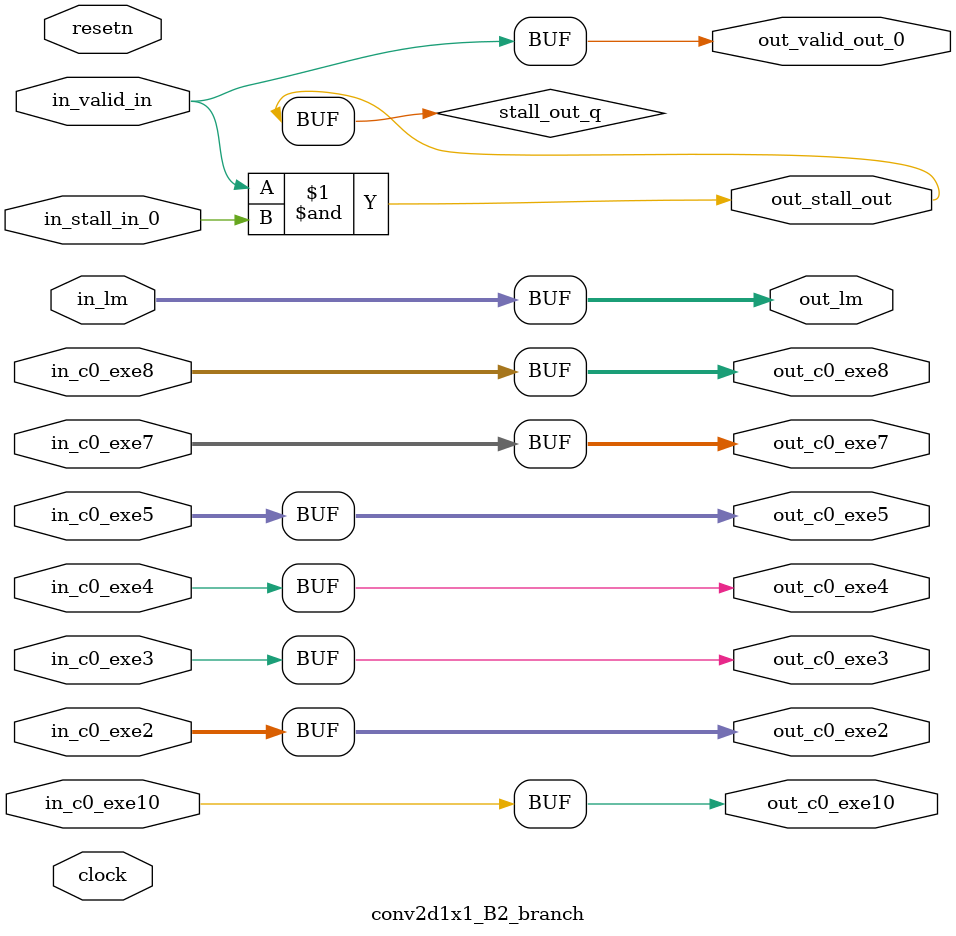
<source format=sv>



(* altera_attribute = "-name AUTO_SHIFT_REGISTER_RECOGNITION OFF; -name MESSAGE_DISABLE 10036; -name MESSAGE_DISABLE 10037; -name MESSAGE_DISABLE 14130; -name MESSAGE_DISABLE 14320; -name MESSAGE_DISABLE 15400; -name MESSAGE_DISABLE 14130; -name MESSAGE_DISABLE 10036; -name MESSAGE_DISABLE 12020; -name MESSAGE_DISABLE 12030; -name MESSAGE_DISABLE 12010; -name MESSAGE_DISABLE 12110; -name MESSAGE_DISABLE 14320; -name MESSAGE_DISABLE 13410; -name MESSAGE_DISABLE 113007; -name MESSAGE_DISABLE 10958" *)
module conv2d1x1_B2_branch (
    input wire [0:0] in_c0_exe10,
    input wire [31:0] in_c0_exe2,
    input wire [0:0] in_c0_exe3,
    input wire [0:0] in_c0_exe4,
    input wire [32:0] in_c0_exe5,
    input wire [31:0] in_c0_exe7,
    input wire [31:0] in_c0_exe8,
    input wire [31:0] in_lm,
    input wire [0:0] in_stall_in_0,
    input wire [0:0] in_valid_in,
    output wire [0:0] out_c0_exe10,
    output wire [31:0] out_c0_exe2,
    output wire [0:0] out_c0_exe3,
    output wire [0:0] out_c0_exe4,
    output wire [32:0] out_c0_exe5,
    output wire [31:0] out_c0_exe7,
    output wire [31:0] out_c0_exe8,
    output wire [31:0] out_lm,
    output wire [0:0] out_stall_out,
    output wire [0:0] out_valid_out_0,
    input wire clock,
    input wire resetn
    );

    wire [0:0] stall_out_q;


    // out_c0_exe10(GPOUT,12)
    assign out_c0_exe10 = in_c0_exe10;

    // out_c0_exe2(GPOUT,13)
    assign out_c0_exe2 = in_c0_exe2;

    // out_c0_exe3(GPOUT,14)
    assign out_c0_exe3 = in_c0_exe3;

    // out_c0_exe4(GPOUT,15)
    assign out_c0_exe4 = in_c0_exe4;

    // out_c0_exe5(GPOUT,16)
    assign out_c0_exe5 = in_c0_exe5;

    // out_c0_exe7(GPOUT,17)
    assign out_c0_exe7 = in_c0_exe7;

    // out_c0_exe8(GPOUT,18)
    assign out_c0_exe8 = in_c0_exe8;

    // out_lm(GPOUT,19)
    assign out_lm = in_lm;

    // stall_out(LOGICAL,22)
    assign stall_out_q = in_valid_in & in_stall_in_0;

    // out_stall_out(GPOUT,20)
    assign out_stall_out = stall_out_q;

    // out_valid_out_0(GPOUT,21)
    assign out_valid_out_0 = in_valid_in;

endmodule

</source>
